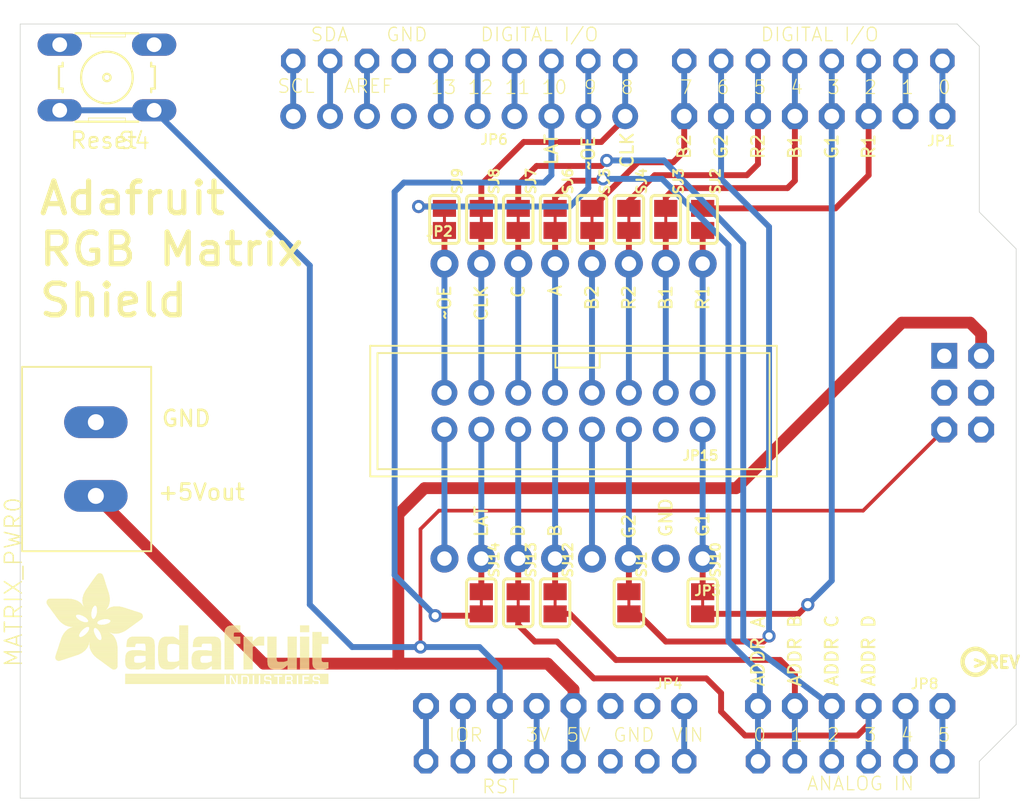
<source format=kicad_pcb>
(kicad_pcb (version 20211014) (generator pcbnew)
  (layers (0 "F.Cu" signal) (31 "B.Cu" signal) (34 "B.Paste" user) (35 "F.Paste" user) (36 "B.SilkS" user "B.Silkscreen") (37 "F.SilkS" user "F.Silkscreen") (38 "B.Mask" user) (39 "F.Mask" user) (44 "Edge.Cuts" user))
  (net 0 "")
  (net 1 "GND")
  (net 2 "VIN")
  (net 3 "+3V")
  (net 4 "~{RESET}")
  (net 5 "IOREF")
  (net 6 "NC")
  (net 7 "AREF")
  (net 8 "D5")
  (net 9 "D2")
  (net 10 "D1")
  (net 11 "D0")
  (net 12 "A5")
  (net 13 "A4")
  (net 14 "A3")
  (net 15 "A2")
  (net 16 "A1")
  (net 17 "A0")
  (net 18 "+5V")
  (net 19 "D13")
  (net 20 "D11")
  (net 21 "D12")
  (net 22 "D10")
  (net 23 "D9")
  (net 24 "D8")
  (net 25 "D7")
  (net 26 "D6")
  (net 27 "D3")
  (net 28 "D4")
  (net 29 "SDA")
  (net 30 "SCL")
  (net 31 "R1")
  (net 32 "B1")
  (net 33 "R2")
  (net 34 "B2")
  (net 35 "ADDR_A")
  (net 36 "ADDR_C")
  (net 37 "CLK")
  (net 38 "OE")
  (net 39 "LAT")
  (net 40 "ADDR_D")
  (net 41 "ADDR_B")
  (net 42 "G2")
  (net 43 "G1")
  (net 44 "E_1")
  (net 45 "E_2")
  (net 46 "MISO")
  (net 47 "SCK")
  (net 48 "MOSI")
  (footprint "boardEagle:SOLDERJUMPER_CLOSEDWIRE" (layer "F.Cu") (at 148.5011 118.2116 -90)
    (fp_text reference "SJ13" (at -1.651 -1.27 -90) (layer "F.SilkS") (effects (font (size 0.666496 0.666496) (thickness 0.146304)) (justify left bottom)))
    (fp_text value "")
    (pad "1" smd rect (at -0.762 0 270) (size 1.1684 1.6002) (layers "F.Cu") (net 40 "ADDR_D"))
    (pad "2" smd rect (at 0.762 0 270) (size 1.1684 1.6002) (layers "F.Cu") (net 14 "A3"))
    (pad "WIRE" smd rect (at 0 0 90) (size 0.635 0.2032) (layers "F.Cu"))
  )
  (footprint "" (layer "F.Cu") (at 129.4511 80.8736)
    (fp_text reference "@HOLE0" hide)
    (fp_text value "" (at 0 0) (layer "F.SilkS") (effects (font (size 1.27 1.27))))
    (pad "" np_thru_hole circle (at 0 0) (size 3.2 3.2) (drill 3.2) (layers *.Cu *.Mask))
  )
  (footprint "boardEagle:1X08-CLEANBIG" (layer "F.Cu") (at 168.8211 84.6836)
    (fp_text reference "JP1" (at 9.8162 1.7088) (layer "F.SilkS") (effects (font (size 0.6985 0.6985) (thickness 0.1143)) (justify right)))
    (fp_text value "")
    (pad "1" thru_hole roundrect (at -8.89 0 90) (size 1.778 1.778) (drill 1.016) (layers *.Cu *.Mask) (chamfer_ratio 0.2928932188) (chamfer top_left top_right bottom_left bottom_right) (net 25 "D7"))
    (pad "2" thru_hole roundrect (at -6.35 0 90) (size 1.778 1.778) (drill 1.016) (layers *.Cu *.Mask) (chamfer_ratio 0.2928932188) (chamfer top_left top_right bottom_left bottom_right) (net 26 "D6"))
    (pad "3" thru_hole roundrect (at -3.81 0 90) (size 1.778 1.778) (drill 1.016) (layers *.Cu *.Mask) (chamfer_ratio 0.2928932188) (chamfer top_left top_right bottom_left bottom_right) (net 8 "D5"))
    (pad "4" thru_hole roundrect (at -1.27 0 90) (size 1.778 1.778) (drill 1.016) (layers *.Cu *.Mask) (chamfer_ratio 0.2928932188) (chamfer top_left top_right bottom_left bottom_right) (net 28 "D4"))
    (pad "5" thru_hole roundrect (at 1.27 0 90) (size 1.778 1.778) (drill 1.016) (layers *.Cu *.Mask) (chamfer_ratio 0.2928932188) (chamfer top_left top_right bottom_left bottom_right) (net 27 "D3"))
    (pad "6" thru_hole roundrect (at 3.81 0 90) (size 1.778 1.778) (drill 1.016) (layers *.Cu *.Mask) (chamfer_ratio 0.2928932188) (chamfer top_left top_right bottom_left bottom_right) (net 9 "D2"))
    (pad "7" thru_hole roundrect (at 6.35 0 90) (size 1.778 1.778) (drill 1.016) (layers *.Cu *.Mask) (chamfer_ratio 0.2928932188) (chamfer top_left top_right bottom_left bottom_right) (net 10 "D1"))
    (pad "8" thru_hole roundrect (at 8.89 0 90) (size 1.778 1.778) (drill 1.016) (layers *.Cu *.Mask) (chamfer_ratio 0.2928932188) (chamfer top_left top_right bottom_left bottom_right) (net 11 "D0"))
  )
  (footprint "boardEagle:SOLDERJUMPER_CLOSEDWIRE" (layer "F.Cu") (at 151.0411 118.2116 -90)
    (fp_text reference "SJ12" (at -1.651 -1.27 -90) (layer "F.SilkS") (effects (font (size 0.666496 0.666496) (thickness 0.146304)) (justify left bottom)))
    (fp_text value "")
    (pad "1" smd rect (at -0.762 0 270) (size 1.1684 1.6002) (layers "F.Cu") (net 41 "ADDR_B"))
    (pad "2" smd rect (at 0.762 0 270) (size 1.1684 1.6002) (layers "F.Cu") (net 16 "A1"))
    (pad "WIRE" smd rect (at 0 0 90) (size 0.635 0.2032) (layers "F.Cu"))
  )
  (footprint "boardEagle:SOLDERJUMPER_CLOSEDWIRE" (layer "F.Cu") (at 156.1211 118.2116 -90)
    (fp_text reference "SJ1" (at -1.651 -1.27 -90) (layer "F.SilkS") (effects (font (size 0.666496 0.666496) (thickness 0.146304)) (justify left bottom)))
    (fp_text value "")
    (pad "1" smd rect (at -0.762 0 270) (size 1.1684 1.6002) (layers "F.Cu") (net 42 "G2"))
    (pad "2" smd rect (at 0.762 0 270) (size 1.1684 1.6002) (layers "F.Cu") (net 26 "D6"))
    (pad "WIRE" smd rect (at 0 0 90) (size 0.635 0.2032) (layers "F.Cu"))
  )
  (footprint "boardEagle:SOLDERJUMPER_CLOSEDWIRE" (layer "F.Cu") (at 153.5811 91.7956 -90)
    (fp_text reference "SJ5" (at -1.651 -1.27 -90) (layer "F.SilkS") (effects (font (size 0.666496 0.666496) (thickness 0.146304)) (justify left bottom)))
    (fp_text value "")
    (pad "1" smd rect (at -0.762 0 270) (size 1.1684 1.6002) (layers "F.Cu") (net 25 "D7"))
    (pad "2" smd rect (at 0.762 0 270) (size 1.1684 1.6002) (layers "F.Cu") (net 34 "B2"))
    (pad "WIRE" smd rect (at 0 0 90) (size 0.635 0.2032) (layers "F.Cu"))
  )
  (footprint "boardEagle:SOLDERJUMPER_CLOSEDWIRE" (layer "F.Cu") (at 151.0411 91.7956 -90)
    (fp_text reference "SJ6" (at -1.651 -1.27 -90) (layer "F.SilkS") (effects (font (size 0.666496 0.666496) (thickness 0.146304)) (justify left bottom)))
    (fp_text value "")
    (pad "1" smd rect (at -0.762 0 270) (size 1.1684 1.6002) (layers "F.Cu") (net 17 "A0"))
    (pad "2" smd rect (at 0.762 0 270) (size 1.1684 1.6002) (layers "F.Cu") (net 35 "ADDR_A"))
    (pad "WIRE" smd rect (at 0 0 90) (size 0.635 0.2032) (layers "F.Cu"))
  )
  (footprint "boardEagle:TERMBLOCK508" (layer "F.Cu") (at 119.4181 108.3056 -90)
    (fp_text reference "MATRIX_PWR0" (at 2.54 6.35 -90) (layer "F.SilkS") (effects (font (size 1.1684 1.1684) (thickness 0.1016)) (justify right top)))
    (fp_text value "PINHEAD" hide)
    (pad "P$3" thru_hole oval (at -2.54 0) (size 4.3688 2.1844) (drill 1.1) (layers *.Cu *.Mask) (net 1 "GND"))
    (pad "P$4" thru_hole oval (at 2.54 0) (size 4.3688 2.1844) (drill 1.1) (layers *.Cu *.Mask) (net 18 "+5V"))
  )
  (footprint "boardEagle:1X08-CLEANBIG" (layer "F.Cu") (at 151.0411 125.3236 180)
    (fp_text reference "JP4" (at -6.8038 1.5288) (layer "F.SilkS") (effects (font (size 0.6985 0.6985) (thickness 0.1143)) (justify left)))
    (fp_text value "")
    (pad "1" thru_hole roundrect (at -8.89 0 270) (size 1.778 1.778) (drill 1.016) (layers *.Cu *.Mask) (chamfer_ratio 0.2928932188) (chamfer top_left top_right bottom_left bottom_right) (net 2 "VIN"))
    (pad "2" thru_hole roundrect (at -6.35 0 270) (size 1.778 1.778) (drill 1.016) (layers *.Cu *.Mask) (chamfer_ratio 0.2928932188) (chamfer top_left top_right bottom_left bottom_right) (net 1 "GND"))
    (pad "3" thru_hole roundrect (at -3.81 0 270) (size 1.778 1.778) (drill 1.016) (layers *.Cu *.Mask) (chamfer_ratio 0.2928932188) (chamfer top_left top_right bottom_left bottom_right) (net 1 "GND"))
    (pad "4" thru_hole roundrect (at -1.27 0 270) (size 1.778 1.778) (drill 1.016) (layers *.Cu *.Mask) (chamfer_ratio 0.2928932188) (chamfer top_left top_right bottom_left bottom_right) (net 18 "+5V"))
    (pad "5" thru_hole roundrect (at 1.27 0 270) (size 1.778 1.778) (drill 1.016) (layers *.Cu *.Mask) (chamfer_ratio 0.2928932188) (chamfer top_left top_right bottom_left bottom_right) (net 3 "+3V"))
    (pad "6" thru_hole roundrect (at 3.81 0 270) (size 1.778 1.778) (drill 1.016) (layers *.Cu *.Mask) (chamfer_ratio 0.2928932188) (chamfer top_left top_right bottom_left bottom_right) (net 4 "~{RESET}"))
    (pad "7" thru_hole roundrect (at 6.35 0 270) (size 1.778 1.778) (drill 1.016) (layers *.Cu *.Mask) (chamfer_ratio 0.2928932188) (chamfer top_left top_right bottom_left bottom_right) (net 5 "IOREF"))
    (pad "8" thru_hole roundrect (at 8.89 0 270) (size 1.778 1.778) (drill 1.016) (layers *.Cu *.Mask) (chamfer_ratio 0.2928932188) (chamfer top_left top_right bottom_left bottom_right) (net 6 "NC"))
  )
  (footprint "boardEagle:PCBFEAT-REV-040" (layer "F.Cu") (at 179.9971 122.2756)
    (fp_text reference "U$8" hide)
    (fp_text value "" hide)
    (fp_text user ">REV" (at -0.3556 0.508) (layer "F.SilkS") (effects (font (size 0.8128 0.8128) (thickness 0.2032)) (justify left bottom)))
  )
  (footprint "boardEagle:SOLDERJUMPER_CLOSEDWIRE" (layer "F.Cu") (at 148.5011 91.7956 -90)
    (fp_text reference "SJ7" (at -1.651 -1.27 -90) (layer "F.SilkS") (effects (font (size 0.666496 0.666496) (thickness 0.146304)) (justify left bottom)))
    (fp_text value "")
    (pad "1" smd rect (at -0.762 0 270) (size 1.1684 1.6002) (layers "F.Cu") (net 15 "A2"))
    (pad "2" smd rect (at 0.762 0 270) (size 1.1684 1.6002) (layers "F.Cu") (net 36 "ADDR_C"))
    (pad "WIRE" smd rect (at 0 0 90) (size 0.635 0.2032) (layers "F.Cu"))
  )
  (footprint "boardEagle:SOLDERJUMPER_CLOSEDWIRE" (layer "F.Cu") (at 158.6611 91.7956 -90)
    (fp_text reference "SJ3" (at -1.651 -1.27 -90) (layer "F.SilkS") (effects (font (size 0.666496 0.666496) (thickness 0.146304)) (justify left bottom)))
    (fp_text value "")
    (pad "1" smd rect (at -0.762 0 270) (size 1.1684 1.6002) (layers "F.Cu") (net 28 "D4"))
    (pad "2" smd rect (at 0.762 0 270) (size 1.1684 1.6002) (layers "F.Cu") (net 32 "B1"))
    (pad "WIRE" smd rect (at 0 0 90) (size 0.635 0.2032) (layers "F.Cu"))
  )
  (footprint "boardEagle:SOLDERJUMPER_CLOSEDWIRE" (layer "F.Cu") (at 161.2011 118.2116 -90)
    (fp_text reference "SJ10" (at -1.651 -1.27 -90) (layer "F.SilkS") (effects (font (size 0.666496 0.666496) (thickness 0.146304)) (justify left bottom)))
    (fp_text value "")
    (pad "1" smd rect (at -0.762 0 270) (size 1.1684 1.6002) (layers "F.Cu") (net 43 "G1"))
    (pad "2" smd rect (at 0.762 0 270) (size 1.1684 1.6002) (layers "F.Cu") (net 27 "D3"))
    (pad "WIRE" smd rect (at 0 0 90) (size 0.635 0.2032) (layers "F.Cu"))
  )
  (footprint "" (layer "F.Cu") (at 180.2511 96.1136)
    (fp_text reference "@HOLE2" hide)
    (fp_text value "" (at 0 0) (layer "F.SilkS") (effects (font (size 1.27 1.27))))
    (pad "" np_thru_hole circle (at 0 0) (size 3.2 3.2) (drill 3.2) (layers *.Cu *.Mask))
  )
  (footprint "boardEagle:SOLDERJUMPER_CLOSEDWIRE" (layer "F.Cu") (at 161.2011 91.7956 -90)
    (fp_text reference "SJ2" (at -1.651 -1.27 -90) (layer "F.SilkS") (effects (font (size 0.666496 0.666496) (thickness 0.146304)) (justify left bottom)))
    (fp_text value "")
    (pad "1" smd rect (at -0.762 0 270) (size 1.1684 1.6002) (layers "F.Cu") (net 9 "D2"))
    (pad "2" smd rect (at 0.762 0 270) (size 1.1684 1.6002) (layers "F.Cu") (net 31 "R1"))
    (pad "WIRE" smd rect (at 0 0 90) (size 0.635 0.2032) (layers "F.Cu"))
  )
  (footprint "boardEagle:SOLDERJUMPER_CLOSEDWIRE" (layer "F.Cu") (at 156.1211 91.7956 -90)
    (fp_text reference "SJ4" (at -1.651 -1.27 -90) (layer "F.SilkS") (effects (font (size 0.666496 0.666496) (thickness 0.146304)) (justify left bottom)))
    (fp_text value "")
    (pad "1" smd rect (at -0.762 0 270) (size 1.1684 1.6002) (layers "F.Cu") (net 8 "D5"))
    (pad "2" smd rect (at 0.762 0 270) (size 1.1684 1.6002) (layers "F.Cu") (net 33 "R2"))
    (pad "WIRE" smd rect (at 0 0 90) (size 0.635 0.2032) (layers "F.Cu"))
  )
  (footprint "boardEagle:SOLDERJUMPER_CLOSEDWIRE" (layer "F.Cu") (at 143.4211 91.7956 -90)
    (fp_text reference "SJ9" (at -1.651 -1.27 -90) (layer "F.SilkS") (effects (font (size 0.666496 0.666496) (thickness 0.146304)) (justify left bottom)))
    (fp_text value "")
    (pad "1" smd rect (at -0.762 0 270) (size 1.1684 1.6002) (layers "F.Cu") (net 23 "D9"))
    (pad "2" smd rect (at 0.762 0 270) (size 1.1684 1.6002) (layers "F.Cu") (net 38 "OE"))
    (pad "WIRE" smd rect (at 0 0 90) (size 0.635 0.2032) (layers "F.Cu"))
  )
  (footprint "boardEagle:1X10_ROUND70" (layer "F.Cu") (at 144.4371 84.6836)
    (fp_text reference "JP6" (at 3.4242 1.6088) (layer "F.SilkS") (effects (font (size 0.692831 0.692831) (thickness 0.119969)) (justify right)))
    (fp_text value "")
    (pad "1" thru_hole circle (at -11.43 0 90) (size 1.778 1.778) (drill 1) (layers *.Cu *.Mask) (net 30 "SCL"))
    (pad "2" thru_hole circle (at -8.89 0 90) (size 1.778 1.778) (drill 1) (layers *.Cu *.Mask) (net 29 "SDA"))
    (pad "3" thru_hole circle (at -6.35 0 90) (size 1.778 1.778) (drill 1) (layers *.Cu *.Mask) (net 7 "AREF"))
    (pad "4" thru_hole circle (at -3.81 0 90) (size 1.778 1.778) (drill 1) (layers *.Cu *.Mask) (net 1 "GND"))
    (pad "5" thru_hole circle (at -1.27 0 90) (size 1.778 1.778) (drill 1) (layers *.Cu *.Mask) (net 19 "D13"))
    (pad "6" thru_hole circle (at 1.27 0 90) (size 1.778 1.778) (drill 1) (layers *.Cu *.Mask) (net 21 "D12"))
    (pad "7" thru_hole circle (at 3.81 0 90) (size 1.778 1.778) (drill 1) (layers *.Cu *.Mask) (net 20 "D11"))
    (pad "8" thru_hole circle (at 6.35 0 90) (size 1.778 1.778) (drill 1) (layers *.Cu *.Mask) (net 22 "D10"))
    (pad "9" thru_hole circle (at 8.89 0 90) (size 1.778 1.778) (drill 1) (layers *.Cu *.Mask) (net 23 "D9"))
    (pad "10" thru_hole circle (at 11.43 0 90) (size 1.778 1.778) (drill 1) (layers *.Cu *.Mask) (net 24 "D8"))
  )
  (footprint "boardEagle:2X08_SHROUDED" (layer "F.Cu") (at 152.3111 105.0036 180)
    (fp_text reference "JP15" (at -10.06 -2.675 180) (layer "F.SilkS") (effects (font (size 0.666496 0.666496) (thickness 0.146304)) (justify right top)))
    (fp_text value "Shrouded 2x8")
    (pad "1" thru_hole circle (at -8.89 1.27 180) (size 1.778 1.778) (drill 1) (layers *.Cu *.Mask) (net 31 "R1"))
    (pad "2" thru_hole circle (at -8.89 -1.27 180) (size 1.778 1.778) (drill 1) (layers *.Cu *.Mask) (net 43 "G1"))
    (pad "3" thru_hole circle (at -6.35 1.27 180) (size 1.778 1.778) (drill 1) (layers *.Cu *.Mask) (net 32 "B1"))
    (pad "4" thru_hole circle (at -6.35 -1.27 180) (size 1.778 1.778) (drill 1) (layers *.Cu *.Mask) (net 1 "GND"))
    (pad "5" thru_hole circle (at -3.81 1.27 180) (size 1.778 1.778) (drill 1) (layers *.Cu *.Mask) (net 33 "R2"))
    (pad "6" thru_hole circle (at -3.81 -1.27 180) (size 1.778 1.778) (drill 1) (layers *.Cu *.Mask) (net 42 "G2"))
    (pad "7" thru_hole circle (at -1.27 1.27 180) (size 1.778 1.778) (drill 1) (layers *.Cu *.Mask) (net 34 "B2"))
    (pad "8" thru_hole circle (at -1.27 -1.27 180) (size 1.778 1.778) (drill 1) (layers *.Cu *.Mask) (net 44 "E_1"))
    (pad "9" thru_hole circle (at 1.27 1.27 180) (size 1.778 1.778) (drill 1) (layers *.Cu *.Mask) (net 35 "ADDR_A"))
    (pad "10" thru_hole circle (at 1.27 -1.27 180) (size 1.778 1.778) (drill 1) (layers *.Cu *.Mask) (net 41 "ADDR_B"))
    (pad "11" thru_hole circle (at 3.81 1.27 180) (size 1.778 1.778) (drill 1) (layers *.Cu *.Mask) (net 36 "ADDR_C"))
    (pad "12" thru_hole circle (at 3.81 -1.27 180) (size 1.778 1.778) (drill 1) (layers *.Cu *.Mask) (net 40 "ADDR_D"))
    (pad "13" thru_hole circle (at 6.35 1.27 180) (size 1.778 1.778) (drill 1) (layers *.Cu *.Mask) (net 37 "CLK"))
    (pad "14" thru_hole circle (at 6.35 -1.27 180) (size 1.778 1.778) (drill 1) (layers *.Cu *.Mask) (net 39 "LAT"))
    (pad "15" thru_hole circle (at 8.89 1.27 180) (size 1.778 1.778) (drill 1) (layers *.Cu *.Mask) (net 38 "OE"))
    (pad "16" thru_hole circle (at 8.89 -1.27 180) (size 1.778 1.778) (drill 1) (layers *.Cu *.Mask) (net 45 "E_2"))
  )
  (footprint "boardEagle:SOLDERJUMPER_CLOSEDWIRE" (layer "F.Cu") (at 145.9611 118.2116 -90)
    (fp_text reference "SJ14" (at -1.651 -1.27 -90) (layer "F.SilkS") (effects (font (size 0.666496 0.666496) (thickness 0.146304)) (justify left bottom)))
    (fp_text value "")
    (pad "1" smd rect (at -0.762 0 270) (size 1.1684 1.6002) (layers "F.Cu") (net 39 "LAT"))
    (pad "2" smd rect (at 0.762 0 270) (size 1.1684 1.6002) (layers "F.Cu") (net 22 "D10"))
    (pad "WIRE" smd rect (at 0 0 90) (size 0.635 0.2032) (layers "F.Cu"))
  )
  (footprint "boardEagle:1X08_ROUND_76" (layer "F.Cu") (at 152.3111 94.8436)
    (fp_text reference "JP2" (at -10.2362 -1.8288) (layer "F.SilkS") (effects (font (size 0.666496 0.666496) (thickness 0.146304)) (justify left bottom)))
    (fp_text value "")
    (pad "1" thru_hole circle (at -8.89 0 90) (size 1.9304 1.9304) (drill 1) (layers *.Cu *.Mask) (net 38 "OE"))
    (pad "2" thru_hole circle (at -6.35 0 90) (size 1.9304 1.9304) (drill 1) (layers *.Cu *.Mask) (net 37 "CLK"))
    (pad "3" thru_hole circle (at -3.81 0 90) (size 1.9304 1.9304) (drill 1) (layers *.Cu *.Mask) (net 36 "ADDR_C"))
    (pad "4" thru_hole circle (at -1.27 0 90) (size 1.9304 1.9304) (drill 1) (layers *.Cu *.Mask) (net 35 "ADDR_A"))
    (pad "5" thru_hole circle (at 1.27 0 90) (size 1.9304 1.9304) (drill 1) (layers *.Cu *.Mask) (net 34 "B2"))
    (pad "6" thru_hole circle (at 3.81 0 90) (size 1.9304 1.9304) (drill 1) (layers *.Cu *.Mask) (net 33 "R2"))
    (pad "7" thru_hole circle (at 6.35 0 90) (size 1.9304 1.9304) (drill 1) (layers *.Cu *.Mask) (net 32 "B1"))
    (pad "8" thru_hole circle (at 8.89 0 90) (size 1.9304 1.9304) (drill 1) (layers *.Cu *.Mask) (net 31 "R1"))
  )
  (footprint "boardEagle:B3F-10XX" (layer "F.Cu") (at 120.1801 82.0166 180)
    (fp_text reference "S4" (at -3.048 -3.683 180) (layer "F.SilkS") (effects (font (size 1.143 1.143) (thickness 0.127)) (justify right top)))
    (fp_text value "6mm")
    (pad "1" thru_hole oval (at -3.2512 -2.2606 180) (size 3.048 1.524) (drill 1.016) (layers *.Cu *.Mask) (net 4 "~{RESET}"))
    (pad "2" thru_hole oval (at 3.2512 -2.2606 180) (size 3.048 1.524) (drill 1.016) (layers *.Cu *.Mask) (net 4 "~{RESET}"))
    (pad "3" thru_hole oval (at -3.2512 2.2606 180) (size 3.048 1.524) (drill 1.016) (layers *.Cu *.Mask) (net 1 "GND"))
    (pad "4" thru_hole oval (at 3.2512 2.2606 180) (size 3.048 1.524) (drill 1.016) (layers *.Cu *.Mask) (net 1 "GND"))
  )
  (footprint "" (layer "F.Cu") (at 128.1811 129.1336)
    (fp_text reference "@HOLE1" hide)
    (fp_text value "" (at 0 0) (layer "F.SilkS") (effects (font (size 1.27 1.27))))
    (pad "" np_thru_hole circle (at 0 0) (size 3.2 3.2) (drill 3.2) (layers *.Cu *.Mask))
  )
  (footprint "boardEagle:ARDUINOR3_ICSP_NODIM" (layer "F.Cu") (at 114.2111 131.6736)
    (fp_text reference "U$41" hide)
    (fp_text value "ARDUINO_R3_ICSP_NODIM" hide)
    (fp_text user "GND" (at 25.146 -52.07) (layer "F.SilkS") (effects (font (size 0.93472 0.93472) (thickness 0.08128)) (justify left bottom)))
    (fp_text user "3" (at 58.039 -3.81) (layer "F.SilkS") (effects (font (size 0.93472 0.93472) (thickness 0.08128)) (justify left bottom)))
    (fp_text user "1" (at 52.959 -3.81) (layer "F.SilkS") (effects (font (size 0.93472 0.93472) (thickness 0.08128)) (justify left bottom)))
    (fp_text user "0" (at 64.135 -49.53) (layer "F.SilkS") (effects (font (size 0.93472 0.93472) (thickness 0.08128)) (justify right top)))
    (fp_text user "SCL" (at 17.653 -48.514) (layer "F.SilkS") (effects (font (size 0.93472 0.93472) (thickness 0.08128)) (justify left bottom)))
    (fp_text user "7" (at 46.355 -49.53) (layer "F.SilkS") (effects (font (size 0.93472 0.93472) (thickness 0.08128)) (justify right top)))
    (fp_text user "AREF" (at 22.225 -48.514) (layer "F.SilkS") (effects (font (size 0.93472 0.93472) (thickness 0.08128)) (justify left bottom)))
    (fp_text user "0" (at 50.419 -3.81) (layer "F.SilkS") (effects (font (size 0.93472 0.93472) (thickness 0.08128)) (justify left bottom)))
    (fp_text user "IOR" (at 29.4539 -3.81) (layer "F.SilkS") (effects (font (size 0.93472 0.93472) (thickness 0.08128)) (justify left bottom)))
    (fp_text user "8" (at 42.291 -49.53) (layer "F.SilkS") (effects (font (size 0.93472 0.93472) (thickness 0.08128)) (justify right top)))
    (fp_text user "ANALOG IN" (at 54.1121 -0.4623) (layer "F.SilkS") (effects (font (size 0.93472 0.93472) (thickness 0.08128)) (justify left bottom)))
    (fp_text user "5" (at 63.119 -3.81) (layer "F.SilkS") (effects (font (size 0.93472 0.93472) (thickness 0.08128)) (justify left bottom)))
    (fp_text user "DIGITAL I/O" (at 31.623 -52.07) (layer "F.SilkS") (effects (font (size 0.93472 0.93472) (thickness 0.08128)) (justify left bottom)))
    (fp_text user "12" (at 32.639 -49.53) (layer "F.SilkS") (effects (font (size 0.93472 0.93472) (thickness 0.08128)) (justify right top)))
    (fp_text user "VIN" (at 44.7853 -3.81) (layer "F.SilkS") (effects (font (size 0.93472 0.93472) (thickness 0.08128)) (justify left bottom)))
    (fp_text user "13" (at 30.099 -49.53) (layer "F.SilkS") (effects (font (size 0.93472 0.93472) (thickness 0.08128)) (justify right top)))
    (fp_text user "3V" (at 34.7523 -3.81) (layer "F.SilkS") (effects (font (size 0.93472 0.93472) (thickness 0.08128)) (justify left bottom)))
    (fp_text user "SDA" (at 19.939 -52.07) (layer "F.SilkS") (effects (font (size 0.93472 0.93472) (thickness 0.08128)) (justify left bottom)))
    (fp_text user "2" (at 59.055 -49.53) (layer "F.SilkS") (effects (font (size 0.93472 0.93472) (thickness 0.08128)) (justify right top)))
    (fp_text user "5V" (at 37.5463 -3.81) (layer "F.SilkS") (effects (font (size 0.93472 0.93472) (thickness 0.08128)) (justify left bottom)))
    (fp_text user "4" (at 53.975 -49.53) (layer "F.SilkS") (effects (font (size 0.93472 0.93472) (thickness 0.08128)) (justify right top)))
    (fp_text user "10" (at 37.719 -49.53) (layer "F.SilkS") (effects (font (size 0.93472 0.93472) (thickness 0.08128)) (justify right top)))
    (fp_text user "1" (at 61.595 -49.53) (layer "F.SilkS") (effects (font (size 0.93472 0.93472) (thickness 0.08128)) (justify right top)))
    (fp_text user "DIGITAL I/O" (at 50.927 -52.07) (layer "F.SilkS") (effects (font (size 0.93472 0.93472) (thickness 0.08128)) (justify left bottom)))
    (fp_text user "11" (at 35.179 -49.53) (layer "F.SilkS") (effects (font (size 0.93472 0.93472) (thickness 0.08128)) (justify right top)))
    (fp_text user "2" (at 55.499 -3.81) (layer "F.SilkS") (effects (font (size 0.93472 0.93472) (thickness 0.08128)) (justify left bottom)))
    (fp_text user "6" (at 48.895 -49.53) (layer "F.SilkS") (effects (font (size 0.93472 0.93472) (thickness 0.08128)) (justify right top)))
    (fp_text user "4" (at 60.579 -3.81) (layer "F.SilkS") (effects (font (size 0.93472 0.93472) (thickness 0.08128)) (justify left bottom)))
    (fp_text user "9" (at 39.751 -49.53) (layer "F.SilkS") (effects (font (size 0.93472 0.93472) (thickness 0.08128)) (justify right top)))
    (fp_text user "5" (at 51.435 -49.53) (layer "F.SilkS") (effects (font (size 0.93472 0.93472) (thickness 0.08128)) (justify right top)))
    (fp_text user "RST" (at 31.7399 -0.254) (layer "F.SilkS") (effects (font (size 0.93472 0.93472) (thickness 0.08128)) (justify left bottom)))
    (fp_text user "GND" (at 40.7771 -3.81) (layer "F.SilkS") (effects (font (size 0.93472 0.93472) (thickness 0.08128)) (justify left bottom)))
    (fp_text user "3" (at 56.515 -49.53) (layer "F.SilkS") (effects (font (size 0.93472 0.93472) (thickness 0.08128)) (justify right top)))
    (pad "3V" thru_hole roundrect (at 35.56 -2.54) (size 1.6764 1.6764) (drill 1) (layers *.Cu *.Mask) (chamfer_ratio 0.2928932188) (chamfer top_left top_right bottom_left bottom_right) (net 3 "+3V"))
    (pad "5V" thru_hole roundrect (at 38.1 -2.54) (size 1.6764 1.6764) (drill 1) (layers *.Cu *.Mask) (chamfer_ratio 0.2928932188) (chamfer top_left top_right bottom_left bottom_right) (net 18 "+5V"))
    (pad "5V_ICSP" thru_hole roundrect (at 66.167 -30.48) (size 1.778 1.778) (drill 1) (layers *.Cu *.Mask) (chamfer_ratio 0.2928932188) (chamfer top_left top_right bottom_left bottom_right) (net 18 "+5V"))
    (pad "A0" thru_hole roundrect (at 50.8 -2.54) (size 1.6764 1.6764) (drill 1) (layers *.Cu *.Mask) (chamfer_ratio 0.2928932188) (chamfer top_left top_right bottom_left bottom_right) (net 17 "A0"))
    (pad "A1" thru_hole roundrect (at 53.34 -2.54) (size 1.6764 1.6764) (drill 1) (layers *.Cu *.Mask) (chamfer_ratio 0.2928932188) (chamfer top_left top_right bottom_left bottom_right) (net 16 "A1"))
    (pad "A2" thru_hole roundrect (at 55.88 -2.54) (size 1.6764 1.6764) (drill 1) (layers *.Cu *.Mask) (chamfer_ratio 0.2928932188) (chamfer top_left top_right bottom_left bottom_right) (net 15 "A2"))
    (pad "A3" thru_hole roundrect (at 58.42 -2.54) (size 1.6764 1.6764) (drill 1) (layers *.Cu *.Mask) (chamfer_ratio 0.2928932188) (chamfer top_left top_right bottom_left bottom_right) (net 14 "A3"))
    (pad "A4" thru_hole roundrect (at 60.96 -2.54) (size 1.6764 1.6764) (drill 1) (layers *.Cu *.Mask) (chamfer_ratio 0.2928932188) (chamfer top_left top_right bottom_left bottom_right) (net 13 "A4"))
    (pad "A5" thru_hole roundrect (at 63.5 -2.54) (size 1.6764 1.6764) (drill 1) (layers *.Cu *.Mask) (chamfer_ratio 0.2928932188) (chamfer top_left top_right bottom_left bottom_right) (net 12 "A5"))
    (pad "AREF" thru_hole roundrect (at 23.876 -50.8) (size 1.6764 1.6764) (drill 1) (layers *.Cu *.Mask) (chamfer_ratio 0.2928932188) (chamfer top_left top_right bottom_left bottom_right) (net 7 "AREF"))
    (pad "D0" thru_hole roundrect (at 63.5 -50.8) (size 1.6764 1.6764) (drill 1) (layers *.Cu *.Mask) (chamfer_ratio 0.2928932188) (chamfer top_left top_right bottom_left bottom_right) (net 11 "D0"))
    (pad "D1" thru_hole roundrect (at 60.96 -50.8) (size 1.6764 1.6764) (drill 1) (layers *.Cu *.Mask) (chamfer_ratio 0.2928932188) (chamfer top_left top_right bottom_left bottom_right) (net 10 "D1"))
    (pad "D2" thru_hole roundrect (at 58.42 -50.8) (size 1.6764 1.6764) (drill 1) (layers *.Cu *.Mask) (chamfer_ratio 0.2928932188) (chamfer top_left top_right bottom_left bottom_right) (net 9 "D2"))
    (pad "D3" thru_hole roundrect (at 55.88 -50.8) (size 1.6764 1.6764) (drill 1) (layers *.Cu *.Mask) (chamfer_ratio 0.2928932188) (chamfer top_left top_right bottom_left bottom_right) (net 27 "D3"))
    (pad "D4" thru_hole roundrect (at 53.34 -50.8) (size 1.6764 1.6764) (drill 1) (layers *.Cu *.Mask) (chamfer_ratio 0.2928932188) (chamfer top_left top_right bottom_left bottom_right) (net 28 "D4"))
    (pad "D5" thru_hole roundrect (at 50.8 -50.8) (size 1.6764 1.6764) (drill 1) (layers *.Cu *.Mask) (chamfer_ratio 0.2928932188) (chamfer top_left top_right bottom_left bottom_right) (net 8 "D5"))
    (pad "D6" thru_hole roundrect (at 48.26 -50.8) (size 1.6764 1.6764) (drill 1) (layers *.Cu *.Mask) (chamfer_ratio 0.2928932188) (chamfer top_left top_right bottom_left bottom_right) (net 26 "D6"))
    (pad "D7" thru_hole roundrect (at 45.72 -50.8) (size 1.6764 1.6764) (drill 1) (layers *.Cu *.Mask) (chamfer_ratio 0.2928932188) (chamfer top_left top_right bottom_left bottom_right) (net 25 "D7"))
    (pad "D8" thru_hole roundrect (at 41.656 -50.8) (size 1.6764 1.6764) (drill 1) (layers *.Cu *.Mask) (chamfer_ratio 0.2928932188) (chamfer top_left top_right bottom_left bottom_right) (net 24 "D8"))
    (pad "D9" thru_hole roundrect (at 39.116 -50.8) (size 1.6764 1.6764) (drill 1) (layers *.Cu *.Mask) (chamfer_ratio 0.2928932188) (chamfer top_left top_right bottom_left bottom_right) (net 23 "D9"))
    (pad "D10" thru_hole roundrect (at 36.576 -50.8) (size 1.6764 1.6764) (drill 1) (layers *.Cu *.Mask) (chamfer_ratio 0.2928932188) (chamfer top_left top_right bottom_left bottom_right) (net 22 "D10"))
    (pad "D11" thru_hole roundrect (at 34.036 -50.8) (size 1.6764 1.6764) (drill 1) (layers *.Cu *.Mask) (chamfer_ratio 0.2928932188) (chamfer top_left top_right bottom_left bottom_right) (net 20 "D11"))
    (pad "D12" thru_hole roundrect (at 31.496 -50.8) (size 1.6764 1.6764) (drill 1) (layers *.Cu *.Mask) (chamfer_ratio 0.2928932188) (chamfer top_left top_right bottom_left bottom_right) (net 21 "D12"))
    (pad "D13" thru_hole roundrect (at 28.956 -50.8) (size 1.6764 1.6764) (drill 1) (layers *.Cu *.Mask) (chamfer_ratio 0.2928932188) (chamfer top_left top_right bottom_left bottom_right) (net 19 "D13"))
    (pad "GND" thru_hole roundrect (at 26.416 -50.8) (size 1.6764 1.6764) (drill 1) (layers *.Cu *.Mask) (chamfer_ratio 0.2928932188) (chamfer top_left top_right bottom_left bottom_right) (net 1 "GND"))
    (pad "GND@1" thru_hole roundrect (at 43.18 -2.54) (size 1.6764 1.6764) (drill 1) (layers *.Cu *.Mask) (chamfer_ratio 0.2928932188) (chamfer top_left top_right bottom_left bottom_right) (net 1 "GND"))
    (pad "GND@2" thru_hole roundrect (at 40.64 -2.54) (size 1.6764 1.6764) (drill 1) (layers *.Cu *.Mask) (chamfer_ratio 0.2928932188) (chamfer top_left top_right bottom_left bottom_right) (net 1 "GND"))
    (pad "GND@3" thru_hole roundrect (at 66.167 -25.4) (size 1.778 1.778) (drill 1) (layers *.Cu *.Mask) (chamfer_ratio 0.2928932188) (chamfer top_left top_right bottom_left bottom_right) (net 1 "GND"))
    (pad "IOREF" thru_hole roundrect (at 30.48 -2.54) (size 1.6764 1.6764) (drill 1) (layers *.Cu *.Mask) (chamfer_ratio 0.2928932188) (chamfer top_left top_right bottom_left bottom_right) (net 5 "IOREF"))
    (pad "MISO" thru_hole rect (at 63.627 -30.48) (size 1.778 1.778) (drill 1) (layers *.Cu *.Mask) (net 46 "MISO"))
    (pad "MOSI" thru_hole roundrect (at 66.167 -27.94) (size 1.778 1.778) (drill 1) (layers *.Cu *.Mask) (chamfer_ratio 0.2928932188) (chamfer top_left top_right bottom_left bottom_right) (net 48 "MOSI"))
    (pad "RESERVED" thru_hole roundrect (at 27.94 -2.54) (size 1.6764 1.6764) (drill 1) (layers *.Cu *.Mask) (chamfer_ratio 0.2928932188) (chamfer top_left top_right bottom_left bottom_right) (net 6 "NC"))
    (pad "RESET" thru_hole roundrect (at 33.02 -2.54) (size 1.6764 1.6764) (drill 1) (layers *.Cu *.Mask) (chamfer_ratio 0.2928932188) (chamfer top_left top_right bottom_left bottom_right) (net 4 "~{RESET}"))
    (pad "RESET_ICSP" thru_hole roundrect (at 63.627 -25.4) (size 1.778 1.778) (drill 1) (layers *.Cu *.Mask) (chamfer_ratio 0.2928932188) (chamfer top_left top_right bottom_left bottom_right) (net 4 "~{RESET}"))
    (pad "SCK" thru_hole roundrect (at 63.627 -27.94) (size 1.778 1.778) (drill 1) (layers *.Cu *.Mask) (chamfer_ratio 0.2928932188) (chamfer top_left top_right bottom_left bottom_right) (net 47 "SCK"))
    (pad "SCL" thru_hole roundrect (at 18.796 -50.8) (size 1.6764 1.6764) (drill 1) (layers *.Cu *.Mask) (chamfer_ratio 0.2928932188) (chamfer top_left top_right bottom_left bottom_right) (net 30 "SCL"))
    (pad "SDA" thru_hole roundrect (at 21.336 -50.8) (size 1.6764 1.6764) (drill 1) (layers *.Cu *.Mask) (chamfer_ratio 0.2928932188) (chamfer top_left top_right bottom_left bottom_right) (net 29 "SDA"))
    (pad "VIN" thru_hole roundrect (at 45.72 -2.54) (size 1.6764 1.6764) (drill 1) (layers *.Cu *.Mask) (chamfer_ratio 0.2928932188) (chamfer top_left top_right bottom_left bottom_right) (net 2 "VIN"))
  )
  (footprint "boardEagle:SOLDERJUMPER_CLOSEDWIRE" (layer "F.Cu") (at 145.9611 91.7956 -90)
    (fp_text reference "SJ8" (at -1.651 -1.27 -90) (layer "F.SilkS") (effects (font (size 0.666496 0.666496) (thickness 0.146304)) (justify left bottom)))
    (fp_text value "")
    (pad "1" smd rect (at -0.762 0 270) (size 1.1684 1.6002) (layers "F.Cu") (net 24 "D8"))
    (pad "2" smd rect (at 0.762 0 270) (size 1.1684 1.6002) (layers "F.Cu") (net 37 "CLK"))
    (pad "WIRE" smd rect (at 0 0 90) (size 0.635 0.2032) (layers "F.Cu"))
  )
  (footprint "boardEagle:ADAFRUIT_TEXT_20MM" (layer "F.Cu") (at 115.8621 123.7996)
    (fp_text reference "U$9" hide)
    (fp_text value "" hide)
  )
  (footprint "boardEagle:1X08_ROUND_76" (layer "F.Cu") (at 152.3111 115.1636 180)
    (fp_text reference "JP3" (at -10.2362 -1.8288 180) (layer "F.SilkS") (effects (font (size 0.666496 0.666496) (thickness 0.146304)) (justify right top)))
    (fp_text value "")
    (pad "1" thru_hole circle (at -8.89 0 270) (size 1.9304 1.9304) (drill 1) (layers *.Cu *.Mask) (net 43 "G1"))
    (pad "2" thru_hole circle (at -6.35 0 270) (size 1.9304 1.9304) (drill 1) (layers *.Cu *.Mask) (net 1 "GND"))
    (pad "3" thru_hole circle (at -3.81 0 270) (size 1.9304 1.9304) (drill 1) (layers *.Cu *.Mask) (net 42 "G2"))
    (pad "4" thru_hole circle (at -1.27 0 270) (size 1.9304 1.9304) (drill 1) (layers *.Cu *.Mask) (net 44 "E_1"))
    (pad "5" thru_hole circle (at 1.27 0 270) (size 1.9304 1.9304) (drill 1) (layers *.Cu *.Mask) (net 41 "ADDR_B"))
    (pad "6" thru_hole circle (at 3.81 0 270) (size 1.9304 1.9304) (drill 1) (layers *.Cu *.Mask) (net 40 "ADDR_D"))
    (pad "7" thru_hole circle (at 6.35 0 270) (size 1.9304 1.9304) (drill 1) (layers *.Cu *.Mask) (net 39 "LAT"))
    (pad "8" thru_hole circle (at 8.89 0 270) (size 1.9304 1.9304) (drill 1) (layers *.Cu *.Mask) (net 45 "E_2"))
  )
  (footprint "boardEagle:1X06-CLEANBIG" (layer "F.Cu") (at 171.3611 125.3236 180)
    (fp_text reference "JP8" (at -4.1038 1.5288) (layer "F.SilkS") (effects (font (size 0.6985 0.6985) (thickness 0.1143)) (justify left)))
    (fp_text value "")
    (pad "1" thru_hole roundrect (at -6.35 0 270) (size 1.778 1.778) (drill 1.016) (layers *.Cu *.Mask) (chamfer_ratio 0.2928932188) (chamfer top_left top_right bottom_left bottom_right) (net 12 "A5"))
    (pad "2" thru_hole roundrect (at -3.81 0 270) (size 1.778 1.778) (drill 1.016) (layers *.Cu *.Mask) (chamfer_ratio 0.2928932188) (chamfer top_left top_right bottom_left bottom_right) (net 13 "A4"))
    (pad "3" thru_hole roundrect (at -1.27 0 270) (size 1.778 1.778) (drill 1.016) (layers *.Cu *.Mask) (chamfer_ratio 0.2928932188) (chamfer top_left top_right bottom_left bottom_right) (net 14 "A3"))
    (pad "4" thru_hole roundrect (at 1.27 0 270) (size 1.778 1.778) (drill 1.016) (layers *.Cu *.Mask) (chamfer_ratio 0.2928932188) (chamfer top_left top_right bottom_left bottom_right) (net 15 "A2"))
    (pad "5" thru_hole roundrect (at 3.81 0 270) (size 1.778 1.778) (drill 1.016) (layers *.Cu *.Mask) (chamfer_ratio 0.2928932188) (chamfer top_left top_right bottom_left bottom_right) (net 16 "A1"))
    (pad "6" thru_hole roundrect (at 6.35 0 270) (size 1.778 1.778) (drill 1.016) (layers *.Cu *.Mask) (chamfer_ratio 0.2928932188) (chamfer top_left top_right bottom_left bottom_right) (net 17 "A0"))
  )
  (gr_line (start 178.7271 78.3336) (end 114.2111 78.3336) (layer "Edge.Cuts") (width 0.05))
  (gr_line (start 180.2511 79.8576) (end 178.7271 78.3336) (layer "Edge.Cuts") (width 0.05))
  (gr_line (start 114.2111 78.3336) (end 114.2111 131.6736) (layer "Edge.Cuts") (width 0.05))
  (gr_line (start 182.7911 93.8276) (end 180.2511 91.2876) (layer "Edge.Cuts") (width 0.05))
  (gr_line (start 114.2111 131.6736) (end 180.2511 131.6736) (layer "Edge.Cuts") (width 0.05))
  (gr_line (start 180.2511 91.2876) (end 180.2511 79.8576) (layer "Edge.Cuts") (width 0.05))
  (gr_line (start 180.2511 131.6736) (end 180.2511 129.1336) (layer "Edge.Cuts") (width 0.05))
  (gr_line (start 182.7911 126.5936) (end 182.7911 93.8276) (layer "Edge.Cuts") (width 0.05))
  (gr_line (start 180.2511 129.1336) (end 182.7911 126.5936) (layer "Edge.Cuts") (width 0.05))
  (gr_text "GND" (at 158.6611 113.7666 90) (layer "F.SilkS") (effects (font (size 0.87376 0.87376) (thickness 0.14224)) (justify left)))
  (gr_text "R1" (at 161.2011 96.2406 90) (layer "F.SilkS") (effects (font (size 0.87376 0.87376) (thickness 0.14224)) (justify right)))
  (gr_text "B2" (at 153.5811 96.2406 90) (layer "F.SilkS") (effects (font (size 0.87376 0.87376) (thickness 0.14224)) (justify right)))
  (gr_text "B1" (at 167.5511 85.8266 90) (layer "F.SilkS") (effects (font (size 0.87376 0.87376) (thickness 0.14224)) (justify right)))
  (gr_text "R1" (at 172.6311 85.8266 90) (layer "F.SilkS") (effects (font (size 0.87376 0.87376) (thickness 0.14224)) (justify right)))
  (gr_text "B" (at 151.0411 113.7666 90) (layer "F.SilkS") (effects (font (size 0.87376 0.87376) (thickness 0.14224)) (justify left)))
  (gr_text "~OE" (at 143.4211 96.2406 90) (layer "F.SilkS") (effects (font (size 0.87376 0.87376) (thickness 0.14224)) (justify right)))
  (gr_text "G2" (at 156.1211 113.8936 90) (layer "F.SilkS") (effects (font (size 0.87376 0.87376) (thickness 0.14224)) (justify left)))
  (gr_text "Adafruit\nRGB Matrix\nShield" (at 115.3541 98.6536) (layer "F.SilkS") (effects (font (size 2.1844 2.1844) (thickness 0.3556)) (justify left bottom)))
  (gr_text "ADDR A" (at 165.0111 124.0536 90) (layer "F.SilkS") (effects (font (size 0.87376 0.87376) (thickness 0.14224)) (justify left)))
  (gr_text "LAT" (at 145.9611 113.7666 90) (layer "F.SilkS") (effects (font (size 0.87376 0.87376) (thickness 0.14224)) (justify left)))
  (gr_text "ADDR C" (at 170.0911 124.0536 90) (layer "F.SilkS") (effects (font (size 0.87376 0.87376) (thickness 0.14224)) (justify left)))
  (gr_text "G1" (at 170.0911 85.8266 90) (layer "F.SilkS") (effects (font (size 0.87376 0.87376) (thickness 0.14224)) (justify right)))
  (gr_text "D" (at 148.5011 113.7666 90) (layer "F.SilkS") (effects (font (size 0.87376 0.87376) (thickness 0.14224)) (justify left)))
  (gr_text "G2" (at 162.4711 85.8266 90) (layer "F.SilkS") (effects (font (size 0.87376 0.87376) (thickness 0.14224)) (justify right)))
  (gr_text "R2" (at 156.1211 96.2406 90) (layer "F.SilkS") (effects (font (size 0.87376 0.87376) (thickness 0.14224)) (justify right)))
  (gr_text "Reset" (at 122.3391 85.6996) (layer "F.SilkS") (effects (font (size 1.1176 1.1176) (thickness 0.1524)) (justify right top)))
  (gr_text "CLK" (at 155.9941 85.6996 90) (layer "F.SilkS") (effects (font (size 0.87376 0.87376) (thickness 0.14224)) (justify right)))
  (gr_text "~OE" (at 153.3271 85.9536 90) (layer "F.SilkS") (effects (font (size 0.87376 0.87376) (thickness 0.14224)) (justify right)))
  (gr_text "R2" (at 165.0111 85.8266 90) (layer "F.SilkS") (effects (font (size 0.87376 0.87376) (thickness 0.14224)) (justify right)))
  (gr_text "ADDR D" (at 172.6311 124.0536 90) (layer "F.SilkS") (effects (font (size 0.87376 0.87376) (thickness 0.14224)) (justify left)))
  (gr_text "B2" (at 159.9311 85.8266 90) (layer "F.SilkS") (effects (font (size 0.87376 0.87376) (thickness 0.14224)) (justify right)))
  (gr_text "+5Vout" (at 123.6091 110.5916) (layer "F.SilkS") (effects (font (size 1.0922 1.0922) (thickness 0.1778)) (justify left)))
  (gr_text "LAT" (at 150.7871 85.8266 90) (layer "F.SilkS") (effects (font (size 0.87376 0.87376) (thickness 0.14224)) (justify right)))
  (gr_text "G1" (at 161.2011 113.7666 90) (layer "F.SilkS") (effects (font (size 0.87376 0.87376) (thickness 0.14224)) (justify left)))
  (gr_text "CLK" (at 145.9611 96.2406 90) (layer "F.SilkS") (effects (font (size 0.87376 0.87376) (thickness 0.14224)) (justify right)))
  (gr_text "GND" (at 123.8631 105.5116) (layer "F.SilkS") (effects (font (size 1.0922 1.0922) (thickness 0.1778)) (justify left)))
  (gr_text "ADDR B" (at 167.5511 124.0536 90) (layer "F.SilkS") (effects (font (size 0.87376 0.87376) (thickness 0.14224)) (justify left)))
  (gr_text "C" (at 148.5011 96.2406 90) (layer "F.SilkS") (effects (font (size 0.87376 0.87376) (thickness 0.14224)) (justify right)))
  (gr_text "B1" (at 158.6611 96.2406 90) (layer "F.SilkS") (effects (font (size 0.87376 0.87376) (thickness 0.14224)) (justify right)))
  (gr_text "A" (at 151.0411 96.2406 90) (layer "F.SilkS") (effects (font (size 0.87376 0.87376) (thickness 0.14224)) (justify right)))
  (segment (start 180.2511 106.4006) (end 180.3781 106.2736) (width 0.4064) (layer "F.Cu") (net 1))
  (segment (start 157.2641 125.1966) (end 157.3911 125.3236) (width 0.4064) (layer "B.Cu") (net 1))
  (segment (start 159.9311 125.3236) (end 159.9311 129.1336) (width 0.4064) (layer "B.Cu") (net 2))
  (segment (start 149.7711 129.1336) (end 149.7711 125.3236) (width 0.4064) (layer "B.Cu") (net 3))
  (segment (start 143.0401 111.8616) (end 141.7701 113.1316) (width 0.254) (layer "F.Cu") (net 4))
  (segment (start 141.7701 113.1316) (end 141.7701 121.2596) (width 0.254) (layer "F.Cu") (net 4))
  (segment (start 177.8381 106.2736) (end 172.2501 111.8616) (width 0.254) (layer "F.Cu") (net 4))
  (segment (start 172.2501 111.8616) (end 143.0401 111.8616) (width 0.254) (layer "F.Cu") (net 4))
  (via (at 141.7701 121.2596) (size 0.9064) (drill 0.5) (layers "F.Cu" "B.Cu") (net 4))
  (segment (start 137.0711 121.2596) (end 134.1501 118.3386) (width 0.4064) (layer "B.Cu") (net 4))
  (segment (start 147.2311 125.3236) (end 147.2311 129.1336) (width 0.4064) (layer "B.Cu") (net 4))
  (segment (start 116.9289 84.2772) (end 123.4313 84.2772) (width 0.4064) (layer "B.Cu") (net 4))
  (segment (start 145.8341 121.2596) (end 141.7701 121.2596) (width 0.4064) (layer "B.Cu") (net 4))
  (segment (start 123.4567 84.3026) (end 123.4313 84.2772) (width 0.4064) (layer "B.Cu") (net 4))
  (segment (start 125.7681 86.5886) (end 123.4567 84.3026) (width 0.4064) (layer "B.Cu") (net 4))
  (segment (start 141.7701 121.2596) (end 137.0711 121.2596) (width 0.4064) (layer "B.Cu") (net 4))
  (segment (start 134.1501 118.3386) (end 134.1501 94.9706) (width 0.4064) (layer "B.Cu") (net 4))
  (segment (start 147.2311 122.6566) (end 145.8341 121.2596) (width 0.4064) (layer "B.Cu") (net 4))
  (segment (start 134.1501 94.9706) (end 125.7681 86.5886) (width 0.4064) (layer "B.Cu") (net 4))
  (segment (start 147.2311 125.3236) (end 147.2311 122.6566) (width 0.4064) (layer "B.Cu") (net 4))
  (segment (start 144.6911 129.1336) (end 144.6911 125.3236) (width 0.4064) (layer "B.Cu") (net 5))
  (segment (start 142.1511 125.3236) (end 142.1511 129.1336) (width 0.4064) (layer "B.Cu") (net 6))
  (segment (start 138.0871 80.8736) (end 138.0871 84.6836) (width 0.4064) (layer "B.Cu") (net 7))
  (segment (start 165.0111 87.9856) (end 165.0111 84.6836) (width 0.4064) (layer "F.Cu") (net 8))
  (segment (start 164.2491 88.7476) (end 165.0111 87.9856) (width 0.4064) (layer "F.Cu") (net 8))
  (segment (start 156.1211 90.5256) (end 157.8991 88.7476) (width 0.4064) (layer "F.Cu") (net 8))
  (segment (start 156.1211 91.0336) (end 156.1211 90.5256) (width 0.4064) (layer "F.Cu") (net 8))
  (segment (start 157.8991 88.7476) (end 164.2491 88.7476) (width 0.4064) (layer "F.Cu") (net 8))
  (segment (start 165.0111 80.8736) (end 165.0111 84.6836) (width 0.4064) (layer "B.Cu") (net 8))
  (segment (start 172.6311 88.7476) (end 172.6311 84.6836) (width 0.4064) (layer "F.Cu") (net 9))
  (segment (start 161.2011 91.0336) (end 170.3451 91.0336) (width 0.4064) (layer "F.Cu") (net 9))
  (segment (start 170.3451 91.0336) (end 172.6311 88.7476) (width 0.4064) (layer "F.Cu") (net 9))
  (segment (start 172.6311 80.8736) (end 172.6311 84.6836) (width 0.4064) (layer "B.Cu") (net 9))
  (segment (start 175.1711 80.8736) (end 175.1711 84.6836) (width 0.4064) (layer "B.Cu") (net 10))
  (segment (start 177.7111 80.8736) (end 177.7111 84.6836) (width 0.4064) (layer "B.Cu") (net 11))
  (segment (start 177.7111 125.3236) (end 177.7111 129.1336) (width 0.4064) (layer "B.Cu") (net 12))
  (segment (start 175.1711 129.1336) (end 175.1711 125.3236) (width 0.4064) (layer "B.Cu") (net 13))
  (segment (start 149.6441 120.8786) (end 148.5011 119.7356) (width 0.4064) (layer "F.Cu") (net 14))
  (segment (start 153.7081 123.4186) (end 151.1681 120.8786) (width 0.4064) (layer "F.Cu") (net 14))
  (segment (start 162.4711 124.4346) (end 161.4551 123.4186) (width 0.4064) (layer "F.Cu") (net 14))
  (segment (start 172.6311 125.3236) (end 172.6311 126.5936) (width 0.4064) (layer "F.Cu") (net 14))
  (segment (start 148.5011 119.7356) (end 148.5011 118.9736) (width 0.4064) (layer "F.Cu") (net 14))
  (segment (start 161.4551 123.4186) (end 153.7081 123.4186) (width 0.4064) (layer "F.Cu") (net 14))
  (segment (start 162.4711 125.7046) (end 162.4711 124.4346) (width 0.4064) (layer "F.Cu") (net 14))
  (segment (start 151.1681 120.8786) (end 149.6441 120.8786) (width 0.4064) (layer "F.Cu") (net 14))
  (segment (start 164.1221 127.3556) (end 162.4711 125.7046) (width 0.4064) (layer "F.Cu") (net 14))
  (segment (start 171.8691 127.3556) (end 164.1221 127.3556) (width 0.4064) (layer "F.Cu") (net 14))
  (segment (start 172.6311 126.5936) (end 171.8691 127.3556) (width 0.4064) (layer "F.Cu") (net 14))
  (segment (start 172.6311 125.3236) (end 172.6311 129.1336) (width 0.4064) (layer "B.Cu") (net 14))
  (segment (start 149.7711 88.1126) (end 154.2161 88.1126) (width 0.4064) (layer "F.Cu") (net 15))
  (segment (start 154.2161 88.1126) (end 154.5971 87.7316) (width 0.4064) (layer "F.Cu") (net 15))
  (segment (start 148.5011 89.3826) (end 149.7711 88.1126) (width 0.4064) (layer "F.Cu") (net 15))
  (segment (start 148.5011 91.0336) (end 148.5011 89.3826) (width 0.4064) (layer "F.Cu") (net 15))
  (via (at 154.5971 87.7316) (size 0.9064) (drill 0.5) (layers "F.Cu" "B.Cu") (net 15))
  (segment (start 154.5971 87.7316) (end 158.5341 87.7316) (width 0.4064) (layer "B.Cu") (net 15))
  (segment (start 163.9951 120.7516) (end 170.0911 125.3236) (width 0.4064) (layer "B.Cu") (net 15))
  (segment (start 163.9951 93.4466) (end 163.9951 120.7516) (width 0.4064) (layer "B.Cu") (net 15))
  (segment (start 170.0911 129.1336) (end 170.0911 125.3236) (width 0.4064) (layer "B.Cu") (net 15))
  (segment (start 158.5341 87.7316) (end 163.9951 93.4466) (width 0.4064) (layer "B.Cu") (net 15))
  (segment (start 155.2321 122.1486) (end 152.0571 118.9736) (width 0.4064) (layer "F.Cu") (net 16))
  (segment (start 167.5511 123.1646) (end 166.5351 122.1486) (width 0.4064) (layer "F.Cu") (net 16))
  (segment (start 166.5351 122.1486) (end 155.2321 122.1486) (width 0.4064) (layer "F.Cu") (net 16))
  (segment (start 152.0571 118.9736) (end 151.0411 118.9736) (width 0.4064) (layer "F.Cu") (net 16))
  (segment (start 167.5511 125.3236) (end 167.5511 123.1646) (width 0.4064) (layer "F.Cu") (net 16))
  (segment (start 167.5511 125.3236) (end 167.5511 129.1336) (width 0.4064) (layer "B.Cu") (net 16))
  (segment (start 154.2161 89.1286) (end 154.3431 89.0016) (width 0.4064) (layer "F.Cu") (net 17))
  (segment (start 151.0411 91.0336) (end 151.0411 90.2716) (width 0.4064) (layer "F.Cu") (net 17))
  (segment (start 152.1841 89.1286) (end 154.2161 89.1286) (width 0.4064) (layer "F.Cu") (net 17))
  (segment (start 151.0411 90.2716) (end 152.1841 89.1286) (width 0.4064) (layer "F.Cu") (net 17))
  (via (at 154.3431 89.0016) (size 0.9064) (drill 0.5) (layers "F.Cu" "B.Cu") (net 17))
  (segment (start 165.0111 125.3236) (end 165.0111 129.1336) (width 0.4064) (layer "B.Cu") (net 17))
  (segment (start 165.1381 123.0376) (end 165.1381 125.1966) (width 0.4064) (layer "B.Cu") (net 17))
  (segment (start 162.9791 120.8786) (end 165.1381 123.0376) (width 0.4064) (layer "B.Cu") (net 17))
  (segment (start 154.3431 89.0016) (end 158.4071 89.0016) (width 0.4064) (layer "B.Cu") (net 17))
  (segment (start 158.4071 89.0016) (end 162.9791 93.5736) (width 0.4064) (layer "B.Cu") (net 17))
  (segment (start 162.9791 93.5736) (end 162.9791 120.8786) (width 0.4064) (layer "B.Cu") (net 17))
  (segment (start 165.1381 125.1966) (end 165.0111 125.3236) (width 0.4064) (layer "B.Cu") (net 17))
  (segment (start 130.9751 122.4026) (end 119.4181 110.8456) (width 0.8128) (layer "F.Cu") (net 18))
  (segment (start 142.0495 110.3122) (end 140.2461 112.1156) (width 0.8128) (layer "F.Cu") (net 18))
  (segment (start 180.3781 99.6696) (end 179.6161 98.9076) (width 0.8128) (layer "F.Cu") (net 18))
  (segment (start 174.9171 98.9076) (end 163.5125 110.3122) (width 0.8128) (layer "F.Cu") (net 18))
  (segment (start 163.5125 110.3122) (end 142.0495 110.3122) (width 0.8128) (layer "F.Cu") (net 18))
  (segment (start 150.5331 122.4026) (end 140.1191 122.4026) (width 0.8128) (layer "F.Cu") (net 18))
  (segment (start 180.3781 101.1936) (end 180.3781 99.6696) (width 0.8128) (layer "F.Cu") (net 18))
  (segment (start 140.2461 122.2756) (end 140.1191 122.4026) (width 0.8128) (layer "F.Cu") (net 18))
  (segment (start 152.3111 125.3236) (end 152.3111 124.1806) (width 0.8128) (layer "F.Cu") (net 18))
  (segment (start 179.6161 98.9076) (end 174.9171 98.9076) (width 0.8128) (layer "F.Cu") (net 18))
  (segment (start 152.3111 124.1806) (end 150.5331 122.4026) (width 0.8128) (layer "F.Cu") (net 18))
  (segment (start 140.1191 122.4026) (end 130.9751 122.4026) (width 0.8128) (layer "F.Cu") (net 18))
  (segment (start 140.2461 112.1156) (end 140.2461 122.2756) (width 0.8128) (layer "F.Cu") (net 18))
  (segment (start 152.3111 125.3236) (end 152.3111 129.1336) (width 0.8128) (layer "B.Cu") (net 18))
  (segment (start 143.1671 80.8736) (end 143.1671 84.6836) (width 0.4064) (layer "B.Cu") (net 19))
  (segment (start 148.2471 80.8736) (end 148.2471 84.6836) (width 0.4064) (layer "B.Cu") (net 20))
  (segment (start 145.7071 80.8736) (end 145.7071 84.6836) (width 0.4064) (layer "B.Cu") (net 21))
  (segment (start 145.8341 119.1006) (end 145.9611 118.9736) (width 0.4064) (layer "F.Cu") (net 22))
  (segment (start 142.7861 119.1006) (end 145.8341 119.1006) (width 0.4064) (layer "F.Cu") (net 22))
  (via (at 142.7861 119.1006) (size 0.9064) (drill 0.5) (layers "F.Cu" "B.Cu") (net 22))
  (segment (start 150.2791 89.2556) (end 140.6271 89.2556) (width 0.4064) (layer "B.Cu") (net 22))
  (segment (start 150.7871 84.6836) (end 150.7871 88.7476) (width 0.4064) (layer "B.Cu") (net 22))
  (segment (start 139.9921 89.8906) (end 139.9921 116.3066) (width 0.4064) (layer "B.Cu") (net 22))
  (segment (start 150.7871 88.7476) (end 150.2791 89.2556) (width 0.4064) (layer "B.Cu") (net 22))
  (segment (start 139.9921 116.3066) (end 142.7861 119.1006) (width 0.4064) (layer "B.Cu") (net 22))
  (segment (start 140.6271 89.2556) (end 139.9921 89.8906) (width 0.4064) (layer "B.Cu") (net 22))
  (segment (start 150.7871 80.8736) (end 150.7871 84.6836) (width 0.4064) (layer "B.Cu") (net 22))
  (segment (start 143.2941 90.9066) (end 141.6431 90.9066) (width 0.4064) (layer "F.Cu") (net 23))
  (segment (start 143.4211 91.0336) (end 143.2941 90.9066) (width 0.4064) (layer "F.Cu") (net 23))
  (via (at 141.6431 90.9066) (size 0.9064) (drill 0.5) (layers "F.Cu" "B.Cu") (net 23))
  (segment (start 153.3271 89.6366) (end 153.3271 84.6836) (width 0.4064) (layer "B.Cu") (net 23))
  (segment (start 152.0571 90.9066) (end 153.3271 89.6366) (width 0.4064) (layer "B.Cu") (net 23))
  (segment (start 153.3271 80.8736) (end 153.3271 84.6836) (width 0.4064) (layer "B.Cu") (net 23))
  (segment (start 141.6431 90.9066) (end 152.0571 90.9066) (width 0.4064) (layer "B.Cu") (net 23))
  (segment (start 145.9611 91.0336) (end 145.9611 89.3826) (width 0.4064) (layer "F.Cu") (net 24))
  (segment (start 148.8821 86.4616) (end 154.2161 86.4616) (width 0.4064) (layer "F.Cu") (net 24))
  (segment (start 145.9611 89.3826) (end 148.8821 86.4616) (width 0.4064) (layer "F.Cu") (net 24))
  (segment (start 155.8671 84.8106) (end 155.8671 84.6836) (width 0.4064) (layer "F.Cu") (net 24))
  (segment (start 154.2161 86.4616) (end 155.8671 84.8106) (width 0.4064) (layer "F.Cu") (net 24))
  (segment (start 155.8671 80.8736) (end 155.8671 84.6836) (width 0.4064) (layer "B.Cu") (net 24))
  (segment (start 156.7561 87.8586) (end 159.1691 87.8586) (width 0.4064) (layer "F.Cu") (net 25))
  (segment (start 159.1691 87.8586) (end 159.9311 87.0966) (width 0.4064) (layer "F.Cu") (net 25))
  (segment (start 159.9311 87.0966) (end 159.9311 84.6836) (width 0.4064) (layer "F.Cu") (net 25))
  (segment (start 153.5811 91.0336) (end 156.7561 87.8586) (width 0.4064) (layer "F.Cu") (net 25))
  (segment (start 159.9311 80.8736) (end 159.9311 84.6836) (width 0.4064) (layer "B.Cu") (net 25))
  (segment (start 156.1211 118.9736) (end 156.7561 118.9736) (width 0.4064) (layer "F.Cu") (net 26))
  (segment (start 165.3921 120.8786) (end 165.7731 120.4976) (width 0.4064) (layer "F.Cu") (net 26))
  (segment (start 158.6611 120.8786) (end 165.3921 120.8786) (width 0.4064) (layer "F.Cu") (net 26))
  (segment (start 156.7561 118.9736) (end 158.6611 120.8786) (width 0.4064) (layer "F.Cu") (net 26))
  (via (at 165.7731 120.4976) (size 0.9064) (drill 0.5) (layers "F.Cu" "B.Cu") (net 26))
  (segment (start 162.4711 80.8736) (end 162.4711 84.6836) (width 0.4064) (layer "B.Cu") (net 26))
  (segment (start 162.4711 89.0016) (end 162.4711 84.6836) (width 0.4064) (layer "B.Cu") (net 26))
  (segment (start 165.7731 92.3036) (end 162.4711 89.0016) (width 0.4064) (layer "B.Cu") (net 26))
  (segment (start 165.7731 120.4976) (end 165.7731 92.3036) (width 0.4064) (layer "B.Cu") (net 26))
  (segment (start 167.8051 118.9736) (end 168.4401 118.3386) (width 0.4064) (layer "F.Cu") (net 27))
  (segment (start 161.2011 118.9736) (end 167.8051 118.9736) (width 0.4064) (layer "F.Cu") (net 27))
  (via (at 168.4401 118.3386) (size 0.9064) (drill 0.5) (layers "F.Cu" "B.Cu") (net 27))
  (segment (start 170.0911 80.8736) (end 170.0911 84.6836) (width 0.4064) (layer "B.Cu") (net 27))
  (segment (start 170.0911 116.6876) (end 170.0911 84.6836) (width 0.4064) (layer "B.Cu") (net 27))
  (segment (start 168.4401 118.3386) (end 170.0911 116.6876) (width 0.4064) (layer "B.Cu") (net 27))
  (segment (start 159.2961 89.6366) (end 167.0431 89.6366) (width 0.4064) (layer "F.Cu") (net 28))
  (segment (start 167.5511 89.1286) (end 167.5511 84.6836) (width 0.4064) (layer "F.Cu") (net 28))
  (segment (start 167.0431 89.6366) (end 167.5511 89.1286) (width 0.4064) (layer "F.Cu") (net 28))
  (segment (start 158.6611 91.0336) (end 158.6611 90.2716) (width 0.4064) (layer "F.Cu") (net 28))
  (segment (start 158.6611 90.2716) (end 159.2961 89.6366) (width 0.4064) (layer "F.Cu") (net 28))
  (segment (start 167.5511 80.8736) (end 167.5511 84.6836) (width 0.4064) (layer "B.Cu") (net 28))
  (segment (start 135.5471 84.6836) (end 135.5471 80.8736) (width 0.4064) (layer "B.Cu") (net 29))
  (segment (start 133.0071 80.8736) (end 133.0071 84.6836) (width 0.4064) (layer "B.Cu") (net 30))
  (segment (start 161.2011 92.5576) (end 161.2011 94.8436) (width 0.4064) (layer "F.Cu") (net 31))
  (segment (start 161.2011 103.7336) (end 161.2011 94.8436) (width 0.4064) (layer "B.Cu") (net 31))
  (segment (start 158.6611 94.8436) (end 158.6611 92.5576) (width 0.4064) (layer "F.Cu") (net 32))
  (segment (start 158.6611 94.8436) (end 158.6611 103.7336) (width 0.4064) (layer "B.Cu") (net 32))
  (segment (start 156.1211 92.5576) (end 156.1211 94.8436) (width 0.4064) (layer "F.Cu") (net 33))
  (segment (start 156.1211 103.7336) (end 156.1211 94.8436) (width 0.4064) (layer "B.Cu") (net 33))
  (segment (start 153.5811 92.5576) (end 153.5811 94.8436) (width 0.4064) (layer "F.Cu") (net 34))
  (segment (start 153.5811 94.8436) (end 153.5811 103.7336) (width 0.4064) (layer "B.Cu") (net 34))
  (segment (start 151.0411 92.5576) (end 151.0411 94.8436) (width 0.4064) (layer "F.Cu") (net 35))
  (segment (start 151.0411 103.7336) (end 151.0411 94.8436) (width 0.4064) (layer "B.Cu") (net 35))
  (segment (start 148.5011 92.5576) (end 148.5011 94.8436) (width 0.4064) (layer "F.Cu") (net 36))
  (segment (start 148.5011 103.7336) (end 148.5011 94.8436) (width 0.4064) (layer "B.Cu") (net 36))
  (segment (start 145.9611 92.5576) (end 145.9611 94.8436) (width 0.4064) (layer "F.Cu") (net 37))
  (segment (start 145.9611 103.7336) (end 145.9611 94.8436) (width 0.4064) (layer "B.Cu") (net 37))
  (segment (start 143.4211 92.5576) (end 143.4211 94.8436) (width 0.4064) (layer "F.Cu") (net 38))
  (segment (start 143.4211 103.7336) (end 143.4211 94.8436) (width 0.4064) (layer "B.Cu") (net 38))
  (segment (start 145.9611 117.4496) (end 145.9611 115.1636) (width 0.4064) (layer "F.Cu") (net 39))
  (segment (start 145.9611 106.2736) (end 145.9611 115.1636) (width 0.4064) (layer "B.Cu") (net 39))
  (segment (start 148.5011 117.4496) (end 148.5011 115.1636) (width 0.4064) (layer "F.Cu") (net 40))
  (segment (start 148.5011 106.2736) (end 148.5011 115.1636) (width 0.4064) (layer "B.Cu") (net 40))
  (segment (start 151.0411 117.4496) (end 151.0411 115.1636) (width 0.4064) (layer "F.Cu") (net 41))
  (segment (start 151.0411 106.2736) (end 151.0411 115.1636) (width 0.4064) (layer "B.Cu") (net 41))
  (segment (start 156.1211 117.4496) (end 156.1211 115.1636) (width 0.4064) (layer "F.Cu") (net 42))
  (segment (start 156.1211 106.2736) (end 156.1211 115.1636) (width 0.4064) (layer "B.Cu") (net 42))
  (segment (start 161.2011 117.4496) (end 161.2011 115.1636) (width 0.4064) (layer "F.Cu") (net 43))
  (segment (start 161.2011 106.2736) (end 161.2011 115.1636) (width 0.4064) (layer "B.Cu") (net 43))
  (segment (start 153.5811 106.2736) (end 153.5811 115.1636) (width 0.4064) (layer "B.Cu") (net 44))
  (segment (start 143.4211 106.2736) (end 143.4211 115.1636) (width 0.4064) (layer "B.Cu") (net 45))
)
</source>
